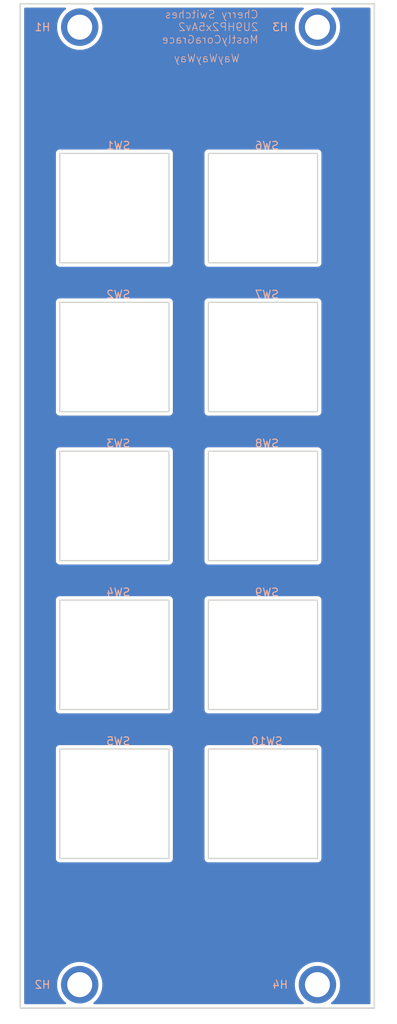
<source format=kicad_pcb>
(kicad_pcb (version 20241229) (generator "pcbnew") (generator_version "9.0")
  (layers (0 "F.Cu" signal) (2 "B.Cu" signal) (13 "F.Paste" user) (15 "B.Paste" user) (5 "F.SilkS" user "F.Silkscreen") (7 "B.SilkS" user "B.Silkscreen") (1 "F.Mask" user) (3 "B.Mask" user) (25 "Edge.Cuts" user))
  (net 0 "")
  (footprint "EXC:SW_Cherry_MX_1.00u_Mount" (layer "F.Cu") (at 12.065 28.575)
    (property "Reference" "SW1" (at 0.5 -8 0) (layer "B.SilkS") (effects (justify mirror)))
    (property "Value" "SW_SPST_MOUNT")
    (fp_rect (start -7 -7) (end 7 7) (stroke (width 0.15)) (fill no) (layer "Edge.Cuts"))
  )
  (footprint "EXC:SW_Cherry_MX_1.00u_Mount" (layer "F.Cu") (at 12.065 85.725)
    (property "Reference" "SW4" (at 0.5 -8 0) (layer "B.SilkS") (effects (justify mirror)))
    (property "Value" "SW_SPST_MOUNT")
    (fp_rect (start -7 -7) (end 7 7) (stroke (width 0.15)) (fill no) (layer "Edge.Cuts"))
  )
  (footprint "EXC:SW_Cherry_MX_1.00u_Mount" (layer "F.Cu") (at 31.115 85.725)
    (property "Reference" "SW9" (at 0.5 -8 0) (layer "B.SilkS") (effects (justify mirror)))
    (property "Value" "SW_SPST_MOUNT")
    (fp_rect (start -7 -7) (end 7 7) (stroke (width 0.15)) (fill no) (layer "Edge.Cuts"))
  )
  (footprint "EXC:SW_Cherry_MX_1.00u_Mount" (layer "F.Cu") (at 31.115 47.625)
    (property "Reference" "SW7" (at 0.5 -8 0) (layer "B.SilkS") (effects (justify mirror)))
    (property "Value" "SW_SPST_MOUNT")
    (fp_rect (start -7 -7) (end 7 7) (stroke (width 0.15)) (fill no) (layer "Edge.Cuts"))
  )
  (footprint "EXC:SW_Cherry_MX_1.00u_Mount" (layer "F.Cu") (at 31.115 28.575)
    (property "Reference" "SW6" (at 0.5 -8 0) (layer "B.SilkS") (effects (justify mirror)))
    (property "Value" "SW_SPST_MOUNT")
    (fp_rect (start -7 -7) (end 7 7) (stroke (width 0.15)) (fill no) (layer "Edge.Cuts"))
  )
  (footprint "EXC:MountingHole_3.2mm_M3" (layer "F.Cu") (at 7.62 127.925)
    (property "Reference" "H2" (at -3.683 0 0) (layer "B.SilkS") (effects (justify left mirror)))
    (property "Value" "Eurorack_M3_MountingHole")
    (pad "" thru_hole circle (at 0 0) (size 4.8 4.8) (drill 3.2) (layers "*.Cu" "*.Mask"))
  )
  (footprint "EXC:MountingHole_3.2mm_M3" (layer "F.Cu") (at 38.1 127.925)
    (property "Reference" "H4" (at -3.683 0 0) (layer "B.SilkS") (effects (justify left mirror)))
    (property "Value" "Eurorack_M3_MountingHole")
    (pad "" thru_hole circle (at 0 0) (size 4.8 4.8) (drill 3.2) (layers "*.Cu" "*.Mask"))
  )
  (footprint "EXC:SW_Cherry_MX_1.00u_Mount" (layer "F.Cu") (at 12.065 66.675)
    (property "Reference" "SW3" (at 0.5 -8 0) (layer "B.SilkS") (effects (justify mirror)))
    (property "Value" "SW_SPST_MOUNT")
    (fp_rect (start -7 -7) (end 7 7) (stroke (width 0.15)) (fill no) (layer "Edge.Cuts"))
  )
  (footprint "EXC:MountingHole_3.2mm_M3" (layer "F.Cu") (at 7.62 5.425)
    (property "Reference" "H1" (at -3.683 0 0) (layer "B.SilkS") (effects (justify left mirror)))
    (property "Value" "Eurorack_M3_MountingHole")
    (pad "" thru_hole circle (at 0 0) (size 4.8 4.8) (drill 3.2) (layers "*.Cu" "*.Mask"))
  )
  (footprint "EXC:SW_Cherry_MX_1.00u_Mount" (layer "F.Cu") (at 31.115 104.775)
    (property "Reference" "SW10" (at 0.5 -8 0) (layer "B.SilkS") (effects (justify mirror)))
    (property "Value" "SW_SPST_MOUNT")
    (fp_rect (start -7 -7) (end 7 7) (stroke (width 0.15)) (fill no) (layer "Edge.Cuts"))
  )
  (footprint "EXC:SW_Cherry_MX_1.00u_Mount" (layer "F.Cu") (at 31.115 66.675)
    (property "Reference" "SW8" (at 0.5 -8 0) (layer "B.SilkS") (effects (justify mirror)))
    (property "Value" "SW_SPST_MOUNT")
    (fp_rect (start -7 -7) (end 7 7) (stroke (width 0.15)) (fill no) (layer "Edge.Cuts"))
  )
  (footprint "EXC:SW_Cherry_MX_1.00u_Mount" (layer "F.Cu") (at 12.065 104.775)
    (property "Reference" "SW5" (at 0.5 -8 0) (layer "B.SilkS") (effects (justify mirror)))
    (property "Value" "SW_SPST_MOUNT")
    (fp_rect (start -7 -7) (end 7 7) (stroke (width 0.15)) (fill no) (layer "Edge.Cuts"))
  )
  (footprint "EXC:SW_Cherry_MX_1.00u_Mount" (layer "F.Cu") (at 12.065 47.625)
    (property "Reference" "SW2" (at 0.5 -8 0) (layer "B.SilkS") (effects (justify mirror)))
    (property "Value" "SW_SPST_MOUNT")
    (fp_rect (start -7 -7) (end 7 7) (stroke (width 0.15)) (fill no) (layer "Edge.Cuts"))
  )
  (footprint "EXC:MountingHole_3.2mm_M3" (layer "F.Cu") (at 38.1 5.425)
    (property "Reference" "H3" (at -3.683 0 0) (layer "B.SilkS") (effects (justify left mirror)))
    (property "Value" "Eurorack_M3_MountingHole")
    (pad "" thru_hole circle (at 0 0) (size 4.8 4.8) (drill 3.2) (layers "*.Cu" "*.Mask"))
  )
  (gr_rect (start 0 2.425) (end 45.4 130.925) (stroke (width 0.2)) (fill no) (layer "Edge.Cuts"))
  (gr_text "WayWayWay" (at 28.2 10 0) (layer "B.SilkS") (effects (font (size 1 1) (thickness 0.1)) (justify left bottom mirror)))
  (gr_text "Cherry Switches\n2U9HP2x5Av2\nMostlyCoraGrace" (at 30.6 7.6 0) (layer "B.SilkS") (effects (font (size 1 1) (thickness 0.1)) (justify left bottom mirror)))
  (zone (net 0) (net_name "") (layers "F.Cu" "B.Cu") (connect_pads (clearance 0.5)) (min_thickness 0.25) (fill yes (thermal_gap 0.5) (thermal_bridge_width 0.5) (island_removal_mode 1) (island_area_min 10))
    (polygon (pts (xy 0 2.425) (xy 45.4 2.425) (xy 45.4 130.925) (xy 0 130.925)))
  )
)
</source>
